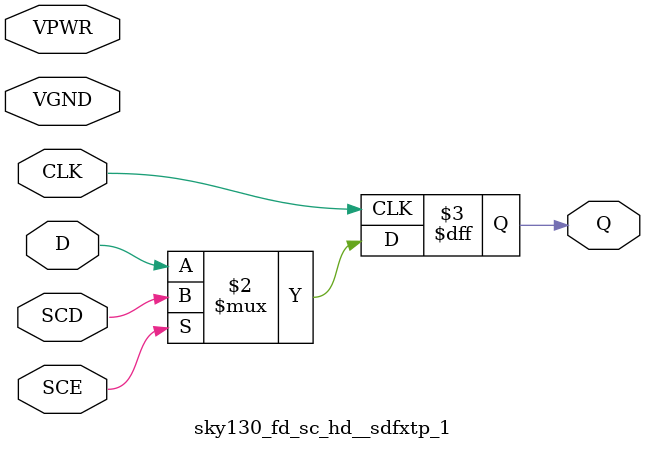
<source format=v>
module sky130_fd_sc_hd__buf_4
  (
   input wire [3:0]  A,
   output wire [3:0] X,
   input wire	     VPWR,
   input wire	     VGND);

  assign X = A;
endmodule

module sky130_fd_sc_hd__clkbuf_2
  (
   input wire  A,
   output wire X,
   input wire  VPWR,
   input wire  VGND);

  assign X = A;
endmodule

module sky130_fd_sc_hd__dfrtn_1
  (input wire  RESET_B,
   input wire CLK_N,
   input wire D,
   output reg Q,
   input wire VPWR,
   input wire VGND);

   always @(negedge CLK_N)
     Q <= D;

endmodule

module sky130_fd_sc_hd__sdfxtp_1
  (
   input wire CLK,
   input wire D,
   input wire SCD,
   input wire SCE,
   output reg Q,
   input wire VPWR,
   input wire VGND);

   always @(posedge CLK)
     Q <= SCE ? SCD : D;

endmodule

</source>
